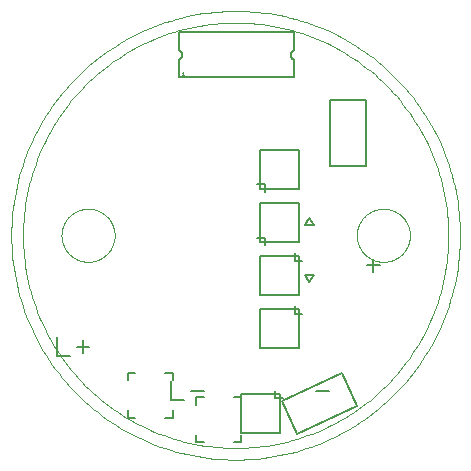
<source format=gto>
G75*
%MOIN*%
%OFA0B0*%
%FSLAX25Y25*%
%IPPOS*%
%LPD*%
%AMOC8*
5,1,8,0,0,1.08239X$1,22.5*
%
%ADD10C,0.00004*%
%ADD11C,0.00600*%
%ADD12C,0.00000*%
%ADD13C,0.00039*%
%ADD14C,0.00500*%
%ADD15C,0.00800*%
%ADD16C,0.00100*%
D10*
X0018372Y0092072D02*
X0018393Y0093811D01*
X0018457Y0095549D01*
X0018564Y0097285D01*
X0018713Y0099018D01*
X0018905Y0100747D01*
X0019139Y0102470D01*
X0019415Y0104187D01*
X0019734Y0105897D01*
X0020094Y0107599D01*
X0020496Y0109291D01*
X0020939Y0110973D01*
X0021423Y0112643D01*
X0021949Y0114301D01*
X0022515Y0115946D01*
X0023121Y0117576D01*
X0023766Y0119191D01*
X0024452Y0120790D01*
X0025176Y0122371D01*
X0025939Y0123934D01*
X0026740Y0125478D01*
X0027578Y0127002D01*
X0028454Y0128504D01*
X0029367Y0129985D01*
X0030315Y0131443D01*
X0031299Y0132877D01*
X0032318Y0134287D01*
X0033371Y0135671D01*
X0034458Y0137029D01*
X0035578Y0138360D01*
X0036730Y0139663D01*
X0037914Y0140937D01*
X0039128Y0142182D01*
X0040373Y0143396D01*
X0041647Y0144580D01*
X0042950Y0145732D01*
X0044281Y0146852D01*
X0045639Y0147939D01*
X0047023Y0148992D01*
X0048433Y0150011D01*
X0049867Y0150995D01*
X0051325Y0151943D01*
X0052806Y0152856D01*
X0054308Y0153732D01*
X0055832Y0154570D01*
X0057376Y0155371D01*
X0058939Y0156134D01*
X0060520Y0156858D01*
X0062119Y0157544D01*
X0063734Y0158189D01*
X0065364Y0158795D01*
X0067009Y0159361D01*
X0068667Y0159887D01*
X0070337Y0160371D01*
X0072019Y0160814D01*
X0073711Y0161216D01*
X0075413Y0161576D01*
X0077123Y0161895D01*
X0078840Y0162171D01*
X0080563Y0162405D01*
X0082292Y0162597D01*
X0084025Y0162746D01*
X0085761Y0162853D01*
X0087499Y0162917D01*
X0089238Y0162938D01*
X0090977Y0162917D01*
X0092715Y0162853D01*
X0094451Y0162746D01*
X0096184Y0162597D01*
X0097913Y0162405D01*
X0099636Y0162171D01*
X0101353Y0161895D01*
X0103063Y0161576D01*
X0104765Y0161216D01*
X0106457Y0160814D01*
X0108139Y0160371D01*
X0109809Y0159887D01*
X0111467Y0159361D01*
X0113112Y0158795D01*
X0114742Y0158189D01*
X0116357Y0157544D01*
X0117956Y0156858D01*
X0119537Y0156134D01*
X0121100Y0155371D01*
X0122644Y0154570D01*
X0124168Y0153732D01*
X0125670Y0152856D01*
X0127151Y0151943D01*
X0128609Y0150995D01*
X0130043Y0150011D01*
X0131453Y0148992D01*
X0132837Y0147939D01*
X0134195Y0146852D01*
X0135526Y0145732D01*
X0136829Y0144580D01*
X0138103Y0143396D01*
X0139348Y0142182D01*
X0140562Y0140937D01*
X0141746Y0139663D01*
X0142898Y0138360D01*
X0144018Y0137029D01*
X0145105Y0135671D01*
X0146158Y0134287D01*
X0147177Y0132877D01*
X0148161Y0131443D01*
X0149109Y0129985D01*
X0150022Y0128504D01*
X0150898Y0127002D01*
X0151736Y0125478D01*
X0152537Y0123934D01*
X0153300Y0122371D01*
X0154024Y0120790D01*
X0154710Y0119191D01*
X0155355Y0117576D01*
X0155961Y0115946D01*
X0156527Y0114301D01*
X0157053Y0112643D01*
X0157537Y0110973D01*
X0157980Y0109291D01*
X0158382Y0107599D01*
X0158742Y0105897D01*
X0159061Y0104187D01*
X0159337Y0102470D01*
X0159571Y0100747D01*
X0159763Y0099018D01*
X0159912Y0097285D01*
X0160019Y0095549D01*
X0160083Y0093811D01*
X0160104Y0092072D01*
X0160083Y0090333D01*
X0160019Y0088595D01*
X0159912Y0086859D01*
X0159763Y0085126D01*
X0159571Y0083397D01*
X0159337Y0081674D01*
X0159061Y0079957D01*
X0158742Y0078247D01*
X0158382Y0076545D01*
X0157980Y0074853D01*
X0157537Y0073171D01*
X0157053Y0071501D01*
X0156527Y0069843D01*
X0155961Y0068198D01*
X0155355Y0066568D01*
X0154710Y0064953D01*
X0154024Y0063354D01*
X0153300Y0061773D01*
X0152537Y0060210D01*
X0151736Y0058666D01*
X0150898Y0057142D01*
X0150022Y0055640D01*
X0149109Y0054159D01*
X0148161Y0052701D01*
X0147177Y0051267D01*
X0146158Y0049857D01*
X0145105Y0048473D01*
X0144018Y0047115D01*
X0142898Y0045784D01*
X0141746Y0044481D01*
X0140562Y0043207D01*
X0139348Y0041962D01*
X0138103Y0040748D01*
X0136829Y0039564D01*
X0135526Y0038412D01*
X0134195Y0037292D01*
X0132837Y0036205D01*
X0131453Y0035152D01*
X0130043Y0034133D01*
X0128609Y0033149D01*
X0127151Y0032201D01*
X0125670Y0031288D01*
X0124168Y0030412D01*
X0122644Y0029574D01*
X0121100Y0028773D01*
X0119537Y0028010D01*
X0117956Y0027286D01*
X0116357Y0026600D01*
X0114742Y0025955D01*
X0113112Y0025349D01*
X0111467Y0024783D01*
X0109809Y0024257D01*
X0108139Y0023773D01*
X0106457Y0023330D01*
X0104765Y0022928D01*
X0103063Y0022568D01*
X0101353Y0022249D01*
X0099636Y0021973D01*
X0097913Y0021739D01*
X0096184Y0021547D01*
X0094451Y0021398D01*
X0092715Y0021291D01*
X0090977Y0021227D01*
X0089238Y0021206D01*
X0087499Y0021227D01*
X0085761Y0021291D01*
X0084025Y0021398D01*
X0082292Y0021547D01*
X0080563Y0021739D01*
X0078840Y0021973D01*
X0077123Y0022249D01*
X0075413Y0022568D01*
X0073711Y0022928D01*
X0072019Y0023330D01*
X0070337Y0023773D01*
X0068667Y0024257D01*
X0067009Y0024783D01*
X0065364Y0025349D01*
X0063734Y0025955D01*
X0062119Y0026600D01*
X0060520Y0027286D01*
X0058939Y0028010D01*
X0057376Y0028773D01*
X0055832Y0029574D01*
X0054308Y0030412D01*
X0052806Y0031288D01*
X0051325Y0032201D01*
X0049867Y0033149D01*
X0048433Y0034133D01*
X0047023Y0035152D01*
X0045639Y0036205D01*
X0044281Y0037292D01*
X0042950Y0038412D01*
X0041647Y0039564D01*
X0040373Y0040748D01*
X0039128Y0041962D01*
X0037914Y0043207D01*
X0036730Y0044481D01*
X0035578Y0045784D01*
X0034458Y0047115D01*
X0033371Y0048473D01*
X0032318Y0049857D01*
X0031299Y0051267D01*
X0030315Y0052701D01*
X0029367Y0054159D01*
X0028454Y0055640D01*
X0027578Y0057142D01*
X0026740Y0058666D01*
X0025939Y0060210D01*
X0025176Y0061773D01*
X0024452Y0063354D01*
X0023766Y0064953D01*
X0023121Y0066568D01*
X0022515Y0068198D01*
X0021949Y0069843D01*
X0021423Y0071501D01*
X0020939Y0073171D01*
X0020496Y0074853D01*
X0020094Y0076545D01*
X0019734Y0078247D01*
X0019415Y0079957D01*
X0019139Y0081674D01*
X0018905Y0083397D01*
X0018713Y0085126D01*
X0018564Y0086859D01*
X0018457Y0088595D01*
X0018393Y0090333D01*
X0018372Y0092072D01*
D11*
X0053228Y0033675D02*
X0053228Y0031175D01*
X0055728Y0031175D01*
X0065728Y0031175D02*
X0068228Y0031175D01*
X0068228Y0033675D01*
X0067806Y0037097D02*
X0072076Y0037097D01*
X0074251Y0040300D02*
X0078521Y0040300D01*
X0078548Y0038069D02*
X0076048Y0038069D01*
X0076048Y0035569D01*
X0067806Y0037097D02*
X0067806Y0043502D01*
X0068228Y0043675D02*
X0068228Y0046175D01*
X0065728Y0046175D01*
X0055728Y0046175D02*
X0053228Y0046175D01*
X0053228Y0043675D01*
X0040490Y0054945D02*
X0036220Y0054945D01*
X0038355Y0057080D02*
X0038355Y0052810D01*
X0034044Y0051743D02*
X0029774Y0051743D01*
X0029774Y0058148D01*
X0076048Y0025569D02*
X0076048Y0023069D01*
X0078548Y0023069D01*
X0088548Y0023069D02*
X0091048Y0023069D01*
X0091048Y0025569D01*
X0091048Y0035569D02*
X0091048Y0038069D01*
X0088548Y0038069D01*
X0104607Y0036877D02*
X0124545Y0046175D01*
X0129617Y0035299D01*
X0109678Y0026002D01*
X0104607Y0036877D01*
X0115994Y0040300D02*
X0120265Y0040300D01*
X0113805Y0076639D02*
X0115380Y0079002D01*
X0112230Y0079002D01*
X0113805Y0076639D01*
X0133002Y0082111D02*
X0137273Y0082111D01*
X0135138Y0084246D02*
X0135138Y0079975D01*
X0115380Y0095458D02*
X0112230Y0095458D01*
X0113805Y0097820D01*
X0115380Y0095458D01*
X0120561Y0115088D02*
X0132561Y0115088D01*
X0132561Y0137088D01*
X0120561Y0137088D01*
X0120561Y0115088D01*
D12*
X0129592Y0092072D02*
X0129595Y0092289D01*
X0129603Y0092507D01*
X0129616Y0092724D01*
X0129635Y0092940D01*
X0129659Y0093156D01*
X0129688Y0093372D01*
X0129722Y0093586D01*
X0129762Y0093800D01*
X0129807Y0094013D01*
X0129857Y0094224D01*
X0129913Y0094435D01*
X0129973Y0094643D01*
X0130039Y0094851D01*
X0130110Y0095056D01*
X0130186Y0095260D01*
X0130266Y0095462D01*
X0130352Y0095662D01*
X0130442Y0095859D01*
X0130538Y0096055D01*
X0130638Y0096248D01*
X0130743Y0096438D01*
X0130852Y0096626D01*
X0130966Y0096811D01*
X0131085Y0096993D01*
X0131208Y0097173D01*
X0131335Y0097349D01*
X0131467Y0097522D01*
X0131603Y0097691D01*
X0131743Y0097858D01*
X0131887Y0098021D01*
X0132035Y0098180D01*
X0132186Y0098336D01*
X0132342Y0098487D01*
X0132501Y0098635D01*
X0132664Y0098779D01*
X0132831Y0098919D01*
X0133000Y0099055D01*
X0133173Y0099187D01*
X0133349Y0099314D01*
X0133529Y0099437D01*
X0133711Y0099556D01*
X0133896Y0099670D01*
X0134084Y0099779D01*
X0134274Y0099884D01*
X0134467Y0099984D01*
X0134663Y0100080D01*
X0134860Y0100170D01*
X0135060Y0100256D01*
X0135262Y0100336D01*
X0135466Y0100412D01*
X0135671Y0100483D01*
X0135879Y0100549D01*
X0136087Y0100609D01*
X0136298Y0100665D01*
X0136509Y0100715D01*
X0136722Y0100760D01*
X0136936Y0100800D01*
X0137150Y0100834D01*
X0137366Y0100863D01*
X0137582Y0100887D01*
X0137798Y0100906D01*
X0138015Y0100919D01*
X0138233Y0100927D01*
X0138450Y0100930D01*
X0138667Y0100927D01*
X0138885Y0100919D01*
X0139102Y0100906D01*
X0139318Y0100887D01*
X0139534Y0100863D01*
X0139750Y0100834D01*
X0139964Y0100800D01*
X0140178Y0100760D01*
X0140391Y0100715D01*
X0140602Y0100665D01*
X0140813Y0100609D01*
X0141021Y0100549D01*
X0141229Y0100483D01*
X0141434Y0100412D01*
X0141638Y0100336D01*
X0141840Y0100256D01*
X0142040Y0100170D01*
X0142237Y0100080D01*
X0142433Y0099984D01*
X0142626Y0099884D01*
X0142816Y0099779D01*
X0143004Y0099670D01*
X0143189Y0099556D01*
X0143371Y0099437D01*
X0143551Y0099314D01*
X0143727Y0099187D01*
X0143900Y0099055D01*
X0144069Y0098919D01*
X0144236Y0098779D01*
X0144399Y0098635D01*
X0144558Y0098487D01*
X0144714Y0098336D01*
X0144865Y0098180D01*
X0145013Y0098021D01*
X0145157Y0097858D01*
X0145297Y0097691D01*
X0145433Y0097522D01*
X0145565Y0097349D01*
X0145692Y0097173D01*
X0145815Y0096993D01*
X0145934Y0096811D01*
X0146048Y0096626D01*
X0146157Y0096438D01*
X0146262Y0096248D01*
X0146362Y0096055D01*
X0146458Y0095859D01*
X0146548Y0095662D01*
X0146634Y0095462D01*
X0146714Y0095260D01*
X0146790Y0095056D01*
X0146861Y0094851D01*
X0146927Y0094643D01*
X0146987Y0094435D01*
X0147043Y0094224D01*
X0147093Y0094013D01*
X0147138Y0093800D01*
X0147178Y0093586D01*
X0147212Y0093372D01*
X0147241Y0093156D01*
X0147265Y0092940D01*
X0147284Y0092724D01*
X0147297Y0092507D01*
X0147305Y0092289D01*
X0147308Y0092072D01*
X0147305Y0091855D01*
X0147297Y0091637D01*
X0147284Y0091420D01*
X0147265Y0091204D01*
X0147241Y0090988D01*
X0147212Y0090772D01*
X0147178Y0090558D01*
X0147138Y0090344D01*
X0147093Y0090131D01*
X0147043Y0089920D01*
X0146987Y0089709D01*
X0146927Y0089501D01*
X0146861Y0089293D01*
X0146790Y0089088D01*
X0146714Y0088884D01*
X0146634Y0088682D01*
X0146548Y0088482D01*
X0146458Y0088285D01*
X0146362Y0088089D01*
X0146262Y0087896D01*
X0146157Y0087706D01*
X0146048Y0087518D01*
X0145934Y0087333D01*
X0145815Y0087151D01*
X0145692Y0086971D01*
X0145565Y0086795D01*
X0145433Y0086622D01*
X0145297Y0086453D01*
X0145157Y0086286D01*
X0145013Y0086123D01*
X0144865Y0085964D01*
X0144714Y0085808D01*
X0144558Y0085657D01*
X0144399Y0085509D01*
X0144236Y0085365D01*
X0144069Y0085225D01*
X0143900Y0085089D01*
X0143727Y0084957D01*
X0143551Y0084830D01*
X0143371Y0084707D01*
X0143189Y0084588D01*
X0143004Y0084474D01*
X0142816Y0084365D01*
X0142626Y0084260D01*
X0142433Y0084160D01*
X0142237Y0084064D01*
X0142040Y0083974D01*
X0141840Y0083888D01*
X0141638Y0083808D01*
X0141434Y0083732D01*
X0141229Y0083661D01*
X0141021Y0083595D01*
X0140813Y0083535D01*
X0140602Y0083479D01*
X0140391Y0083429D01*
X0140178Y0083384D01*
X0139964Y0083344D01*
X0139750Y0083310D01*
X0139534Y0083281D01*
X0139318Y0083257D01*
X0139102Y0083238D01*
X0138885Y0083225D01*
X0138667Y0083217D01*
X0138450Y0083214D01*
X0138233Y0083217D01*
X0138015Y0083225D01*
X0137798Y0083238D01*
X0137582Y0083257D01*
X0137366Y0083281D01*
X0137150Y0083310D01*
X0136936Y0083344D01*
X0136722Y0083384D01*
X0136509Y0083429D01*
X0136298Y0083479D01*
X0136087Y0083535D01*
X0135879Y0083595D01*
X0135671Y0083661D01*
X0135466Y0083732D01*
X0135262Y0083808D01*
X0135060Y0083888D01*
X0134860Y0083974D01*
X0134663Y0084064D01*
X0134467Y0084160D01*
X0134274Y0084260D01*
X0134084Y0084365D01*
X0133896Y0084474D01*
X0133711Y0084588D01*
X0133529Y0084707D01*
X0133349Y0084830D01*
X0133173Y0084957D01*
X0133000Y0085089D01*
X0132831Y0085225D01*
X0132664Y0085365D01*
X0132501Y0085509D01*
X0132342Y0085657D01*
X0132186Y0085808D01*
X0132035Y0085964D01*
X0131887Y0086123D01*
X0131743Y0086286D01*
X0131603Y0086453D01*
X0131467Y0086622D01*
X0131335Y0086795D01*
X0131208Y0086971D01*
X0131085Y0087151D01*
X0130966Y0087333D01*
X0130852Y0087518D01*
X0130743Y0087706D01*
X0130638Y0087896D01*
X0130538Y0088089D01*
X0130442Y0088285D01*
X0130352Y0088482D01*
X0130266Y0088682D01*
X0130186Y0088884D01*
X0130110Y0089088D01*
X0130039Y0089293D01*
X0129973Y0089501D01*
X0129913Y0089709D01*
X0129857Y0089920D01*
X0129807Y0090131D01*
X0129762Y0090344D01*
X0129722Y0090558D01*
X0129688Y0090772D01*
X0129659Y0090988D01*
X0129635Y0091204D01*
X0129616Y0091420D01*
X0129603Y0091637D01*
X0129595Y0091855D01*
X0129592Y0092072D01*
X0031167Y0092072D02*
X0031170Y0092289D01*
X0031178Y0092507D01*
X0031191Y0092724D01*
X0031210Y0092940D01*
X0031234Y0093156D01*
X0031263Y0093372D01*
X0031297Y0093586D01*
X0031337Y0093800D01*
X0031382Y0094013D01*
X0031432Y0094224D01*
X0031488Y0094435D01*
X0031548Y0094643D01*
X0031614Y0094851D01*
X0031685Y0095056D01*
X0031761Y0095260D01*
X0031841Y0095462D01*
X0031927Y0095662D01*
X0032017Y0095859D01*
X0032113Y0096055D01*
X0032213Y0096248D01*
X0032318Y0096438D01*
X0032427Y0096626D01*
X0032541Y0096811D01*
X0032660Y0096993D01*
X0032783Y0097173D01*
X0032910Y0097349D01*
X0033042Y0097522D01*
X0033178Y0097691D01*
X0033318Y0097858D01*
X0033462Y0098021D01*
X0033610Y0098180D01*
X0033761Y0098336D01*
X0033917Y0098487D01*
X0034076Y0098635D01*
X0034239Y0098779D01*
X0034406Y0098919D01*
X0034575Y0099055D01*
X0034748Y0099187D01*
X0034924Y0099314D01*
X0035104Y0099437D01*
X0035286Y0099556D01*
X0035471Y0099670D01*
X0035659Y0099779D01*
X0035849Y0099884D01*
X0036042Y0099984D01*
X0036238Y0100080D01*
X0036435Y0100170D01*
X0036635Y0100256D01*
X0036837Y0100336D01*
X0037041Y0100412D01*
X0037246Y0100483D01*
X0037454Y0100549D01*
X0037662Y0100609D01*
X0037873Y0100665D01*
X0038084Y0100715D01*
X0038297Y0100760D01*
X0038511Y0100800D01*
X0038725Y0100834D01*
X0038941Y0100863D01*
X0039157Y0100887D01*
X0039373Y0100906D01*
X0039590Y0100919D01*
X0039808Y0100927D01*
X0040025Y0100930D01*
X0040242Y0100927D01*
X0040460Y0100919D01*
X0040677Y0100906D01*
X0040893Y0100887D01*
X0041109Y0100863D01*
X0041325Y0100834D01*
X0041539Y0100800D01*
X0041753Y0100760D01*
X0041966Y0100715D01*
X0042177Y0100665D01*
X0042388Y0100609D01*
X0042596Y0100549D01*
X0042804Y0100483D01*
X0043009Y0100412D01*
X0043213Y0100336D01*
X0043415Y0100256D01*
X0043615Y0100170D01*
X0043812Y0100080D01*
X0044008Y0099984D01*
X0044201Y0099884D01*
X0044391Y0099779D01*
X0044579Y0099670D01*
X0044764Y0099556D01*
X0044946Y0099437D01*
X0045126Y0099314D01*
X0045302Y0099187D01*
X0045475Y0099055D01*
X0045644Y0098919D01*
X0045811Y0098779D01*
X0045974Y0098635D01*
X0046133Y0098487D01*
X0046289Y0098336D01*
X0046440Y0098180D01*
X0046588Y0098021D01*
X0046732Y0097858D01*
X0046872Y0097691D01*
X0047008Y0097522D01*
X0047140Y0097349D01*
X0047267Y0097173D01*
X0047390Y0096993D01*
X0047509Y0096811D01*
X0047623Y0096626D01*
X0047732Y0096438D01*
X0047837Y0096248D01*
X0047937Y0096055D01*
X0048033Y0095859D01*
X0048123Y0095662D01*
X0048209Y0095462D01*
X0048289Y0095260D01*
X0048365Y0095056D01*
X0048436Y0094851D01*
X0048502Y0094643D01*
X0048562Y0094435D01*
X0048618Y0094224D01*
X0048668Y0094013D01*
X0048713Y0093800D01*
X0048753Y0093586D01*
X0048787Y0093372D01*
X0048816Y0093156D01*
X0048840Y0092940D01*
X0048859Y0092724D01*
X0048872Y0092507D01*
X0048880Y0092289D01*
X0048883Y0092072D01*
X0048880Y0091855D01*
X0048872Y0091637D01*
X0048859Y0091420D01*
X0048840Y0091204D01*
X0048816Y0090988D01*
X0048787Y0090772D01*
X0048753Y0090558D01*
X0048713Y0090344D01*
X0048668Y0090131D01*
X0048618Y0089920D01*
X0048562Y0089709D01*
X0048502Y0089501D01*
X0048436Y0089293D01*
X0048365Y0089088D01*
X0048289Y0088884D01*
X0048209Y0088682D01*
X0048123Y0088482D01*
X0048033Y0088285D01*
X0047937Y0088089D01*
X0047837Y0087896D01*
X0047732Y0087706D01*
X0047623Y0087518D01*
X0047509Y0087333D01*
X0047390Y0087151D01*
X0047267Y0086971D01*
X0047140Y0086795D01*
X0047008Y0086622D01*
X0046872Y0086453D01*
X0046732Y0086286D01*
X0046588Y0086123D01*
X0046440Y0085964D01*
X0046289Y0085808D01*
X0046133Y0085657D01*
X0045974Y0085509D01*
X0045811Y0085365D01*
X0045644Y0085225D01*
X0045475Y0085089D01*
X0045302Y0084957D01*
X0045126Y0084830D01*
X0044946Y0084707D01*
X0044764Y0084588D01*
X0044579Y0084474D01*
X0044391Y0084365D01*
X0044201Y0084260D01*
X0044008Y0084160D01*
X0043812Y0084064D01*
X0043615Y0083974D01*
X0043415Y0083888D01*
X0043213Y0083808D01*
X0043009Y0083732D01*
X0042804Y0083661D01*
X0042596Y0083595D01*
X0042388Y0083535D01*
X0042177Y0083479D01*
X0041966Y0083429D01*
X0041753Y0083384D01*
X0041539Y0083344D01*
X0041325Y0083310D01*
X0041109Y0083281D01*
X0040893Y0083257D01*
X0040677Y0083238D01*
X0040460Y0083225D01*
X0040242Y0083217D01*
X0040025Y0083214D01*
X0039808Y0083217D01*
X0039590Y0083225D01*
X0039373Y0083238D01*
X0039157Y0083257D01*
X0038941Y0083281D01*
X0038725Y0083310D01*
X0038511Y0083344D01*
X0038297Y0083384D01*
X0038084Y0083429D01*
X0037873Y0083479D01*
X0037662Y0083535D01*
X0037454Y0083595D01*
X0037246Y0083661D01*
X0037041Y0083732D01*
X0036837Y0083808D01*
X0036635Y0083888D01*
X0036435Y0083974D01*
X0036238Y0084064D01*
X0036042Y0084160D01*
X0035849Y0084260D01*
X0035659Y0084365D01*
X0035471Y0084474D01*
X0035286Y0084588D01*
X0035104Y0084707D01*
X0034924Y0084830D01*
X0034748Y0084957D01*
X0034575Y0085089D01*
X0034406Y0085225D01*
X0034239Y0085365D01*
X0034076Y0085509D01*
X0033917Y0085657D01*
X0033761Y0085808D01*
X0033610Y0085964D01*
X0033462Y0086123D01*
X0033318Y0086286D01*
X0033178Y0086453D01*
X0033042Y0086622D01*
X0032910Y0086795D01*
X0032783Y0086971D01*
X0032660Y0087151D01*
X0032541Y0087333D01*
X0032427Y0087518D01*
X0032318Y0087706D01*
X0032213Y0087896D01*
X0032113Y0088089D01*
X0032017Y0088285D01*
X0031927Y0088482D01*
X0031841Y0088682D01*
X0031761Y0088884D01*
X0031685Y0089088D01*
X0031614Y0089293D01*
X0031548Y0089501D01*
X0031488Y0089709D01*
X0031432Y0089920D01*
X0031382Y0090131D01*
X0031337Y0090344D01*
X0031297Y0090558D01*
X0031263Y0090772D01*
X0031234Y0090988D01*
X0031210Y0091204D01*
X0031191Y0091420D01*
X0031178Y0091637D01*
X0031170Y0091855D01*
X0031167Y0092072D01*
D13*
X0014435Y0092072D02*
X0014458Y0093908D01*
X0014525Y0095742D01*
X0014638Y0097575D01*
X0014795Y0099404D01*
X0014998Y0101229D01*
X0015245Y0103048D01*
X0015536Y0104860D01*
X0015872Y0106665D01*
X0016253Y0108461D01*
X0016677Y0110248D01*
X0017145Y0112023D01*
X0017656Y0113786D01*
X0018210Y0115536D01*
X0018808Y0117272D01*
X0019447Y0118993D01*
X0020129Y0120698D01*
X0020852Y0122385D01*
X0021617Y0124054D01*
X0022422Y0125704D01*
X0023268Y0127334D01*
X0024153Y0128942D01*
X0025077Y0130528D01*
X0026040Y0132091D01*
X0027042Y0133630D01*
X0028080Y0135144D01*
X0029156Y0136632D01*
X0030267Y0138093D01*
X0031414Y0139527D01*
X0032597Y0140931D01*
X0033813Y0142307D01*
X0035062Y0143652D01*
X0036344Y0144966D01*
X0037658Y0146248D01*
X0039003Y0147497D01*
X0040379Y0148713D01*
X0041783Y0149896D01*
X0043217Y0151043D01*
X0044678Y0152154D01*
X0046166Y0153230D01*
X0047680Y0154268D01*
X0049219Y0155270D01*
X0050782Y0156233D01*
X0052368Y0157157D01*
X0053976Y0158042D01*
X0055606Y0158888D01*
X0057256Y0159693D01*
X0058925Y0160458D01*
X0060612Y0161181D01*
X0062317Y0161863D01*
X0064038Y0162502D01*
X0065774Y0163100D01*
X0067524Y0163654D01*
X0069287Y0164165D01*
X0071062Y0164633D01*
X0072849Y0165057D01*
X0074645Y0165438D01*
X0076450Y0165774D01*
X0078262Y0166065D01*
X0080081Y0166312D01*
X0081906Y0166515D01*
X0083735Y0166672D01*
X0085568Y0166785D01*
X0087402Y0166852D01*
X0089238Y0166875D01*
X0091074Y0166852D01*
X0092908Y0166785D01*
X0094741Y0166672D01*
X0096570Y0166515D01*
X0098395Y0166312D01*
X0100214Y0166065D01*
X0102026Y0165774D01*
X0103831Y0165438D01*
X0105627Y0165057D01*
X0107414Y0164633D01*
X0109189Y0164165D01*
X0110952Y0163654D01*
X0112702Y0163100D01*
X0114438Y0162502D01*
X0116159Y0161863D01*
X0117864Y0161181D01*
X0119551Y0160458D01*
X0121220Y0159693D01*
X0122870Y0158888D01*
X0124500Y0158042D01*
X0126108Y0157157D01*
X0127694Y0156233D01*
X0129257Y0155270D01*
X0130796Y0154268D01*
X0132310Y0153230D01*
X0133798Y0152154D01*
X0135259Y0151043D01*
X0136693Y0149896D01*
X0138097Y0148713D01*
X0139473Y0147497D01*
X0140818Y0146248D01*
X0142132Y0144966D01*
X0143414Y0143652D01*
X0144663Y0142307D01*
X0145879Y0140931D01*
X0147062Y0139527D01*
X0148209Y0138093D01*
X0149320Y0136632D01*
X0150396Y0135144D01*
X0151434Y0133630D01*
X0152436Y0132091D01*
X0153399Y0130528D01*
X0154323Y0128942D01*
X0155208Y0127334D01*
X0156054Y0125704D01*
X0156859Y0124054D01*
X0157624Y0122385D01*
X0158347Y0120698D01*
X0159029Y0118993D01*
X0159668Y0117272D01*
X0160266Y0115536D01*
X0160820Y0113786D01*
X0161331Y0112023D01*
X0161799Y0110248D01*
X0162223Y0108461D01*
X0162604Y0106665D01*
X0162940Y0104860D01*
X0163231Y0103048D01*
X0163478Y0101229D01*
X0163681Y0099404D01*
X0163838Y0097575D01*
X0163951Y0095742D01*
X0164018Y0093908D01*
X0164041Y0092072D01*
X0164018Y0090236D01*
X0163951Y0088402D01*
X0163838Y0086569D01*
X0163681Y0084740D01*
X0163478Y0082915D01*
X0163231Y0081096D01*
X0162940Y0079284D01*
X0162604Y0077479D01*
X0162223Y0075683D01*
X0161799Y0073896D01*
X0161331Y0072121D01*
X0160820Y0070358D01*
X0160266Y0068608D01*
X0159668Y0066872D01*
X0159029Y0065151D01*
X0158347Y0063446D01*
X0157624Y0061759D01*
X0156859Y0060090D01*
X0156054Y0058440D01*
X0155208Y0056810D01*
X0154323Y0055202D01*
X0153399Y0053616D01*
X0152436Y0052053D01*
X0151434Y0050514D01*
X0150396Y0049000D01*
X0149320Y0047512D01*
X0148209Y0046051D01*
X0147062Y0044617D01*
X0145879Y0043213D01*
X0144663Y0041837D01*
X0143414Y0040492D01*
X0142132Y0039178D01*
X0140818Y0037896D01*
X0139473Y0036647D01*
X0138097Y0035431D01*
X0136693Y0034248D01*
X0135259Y0033101D01*
X0133798Y0031990D01*
X0132310Y0030914D01*
X0130796Y0029876D01*
X0129257Y0028874D01*
X0127694Y0027911D01*
X0126108Y0026987D01*
X0124500Y0026102D01*
X0122870Y0025256D01*
X0121220Y0024451D01*
X0119551Y0023686D01*
X0117864Y0022963D01*
X0116159Y0022281D01*
X0114438Y0021642D01*
X0112702Y0021044D01*
X0110952Y0020490D01*
X0109189Y0019979D01*
X0107414Y0019511D01*
X0105627Y0019087D01*
X0103831Y0018706D01*
X0102026Y0018370D01*
X0100214Y0018079D01*
X0098395Y0017832D01*
X0096570Y0017629D01*
X0094741Y0017472D01*
X0092908Y0017359D01*
X0091074Y0017292D01*
X0089238Y0017269D01*
X0087402Y0017292D01*
X0085568Y0017359D01*
X0083735Y0017472D01*
X0081906Y0017629D01*
X0080081Y0017832D01*
X0078262Y0018079D01*
X0076450Y0018370D01*
X0074645Y0018706D01*
X0072849Y0019087D01*
X0071062Y0019511D01*
X0069287Y0019979D01*
X0067524Y0020490D01*
X0065774Y0021044D01*
X0064038Y0021642D01*
X0062317Y0022281D01*
X0060612Y0022963D01*
X0058925Y0023686D01*
X0057256Y0024451D01*
X0055606Y0025256D01*
X0053976Y0026102D01*
X0052368Y0026987D01*
X0050782Y0027911D01*
X0049219Y0028874D01*
X0047680Y0029876D01*
X0046166Y0030914D01*
X0044678Y0031990D01*
X0043217Y0033101D01*
X0041783Y0034248D01*
X0040379Y0035431D01*
X0039003Y0036647D01*
X0037658Y0037896D01*
X0036344Y0039178D01*
X0035062Y0040492D01*
X0033813Y0041837D01*
X0032597Y0043213D01*
X0031414Y0044617D01*
X0030267Y0046051D01*
X0029156Y0047512D01*
X0028080Y0049000D01*
X0027042Y0050514D01*
X0026040Y0052053D01*
X0025077Y0053616D01*
X0024153Y0055202D01*
X0023268Y0056810D01*
X0022422Y0058440D01*
X0021617Y0060090D01*
X0020852Y0061759D01*
X0020129Y0063446D01*
X0019447Y0065151D01*
X0018808Y0066872D01*
X0018210Y0068608D01*
X0017656Y0070358D01*
X0017145Y0072121D01*
X0016677Y0073896D01*
X0016253Y0075683D01*
X0015872Y0077479D01*
X0015536Y0079284D01*
X0015245Y0081096D01*
X0014998Y0082915D01*
X0014795Y0084740D01*
X0014638Y0086569D01*
X0014525Y0088402D01*
X0014458Y0090236D01*
X0014435Y0092072D01*
D14*
X0090931Y0039218D02*
X0090931Y0026226D01*
X0103923Y0026226D01*
X0103923Y0039218D01*
X0090931Y0039218D01*
X0102427Y0040222D02*
X0102427Y0037722D01*
X0104927Y0037722D01*
X0102427Y0037722D02*
X0102427Y0040222D01*
X0097387Y0054395D02*
X0110380Y0054395D01*
X0110380Y0067387D01*
X0097387Y0067387D01*
X0097387Y0054395D01*
X0108883Y0065891D02*
X0111383Y0065891D01*
X0108883Y0065891D02*
X0108883Y0068391D01*
X0108883Y0065891D01*
X0110380Y0072112D02*
X0110380Y0085104D01*
X0097387Y0085104D01*
X0097387Y0072112D01*
X0110380Y0072112D01*
X0111383Y0083608D02*
X0108883Y0083608D01*
X0108883Y0086108D01*
X0108883Y0083608D01*
X0110380Y0089828D02*
X0097387Y0089828D01*
X0097387Y0102820D01*
X0110380Y0102820D01*
X0110380Y0089828D01*
X0098883Y0088824D02*
X0098883Y0091324D01*
X0096383Y0091324D01*
X0098883Y0091324D02*
X0098883Y0088824D01*
X0098883Y0106541D02*
X0098883Y0109041D01*
X0096383Y0109041D01*
X0097387Y0107545D02*
X0110380Y0107545D01*
X0110380Y0120537D01*
X0097387Y0120537D01*
X0097387Y0107545D01*
X0098883Y0106541D02*
X0098883Y0109041D01*
D15*
X0108569Y0144828D02*
X0070380Y0144828D01*
X0070380Y0150734D01*
X0070379Y0150735D02*
X0070452Y0150771D01*
X0070523Y0150812D01*
X0070593Y0150855D01*
X0070660Y0150902D01*
X0070725Y0150952D01*
X0070787Y0151005D01*
X0070847Y0151060D01*
X0070904Y0151119D01*
X0070959Y0151180D01*
X0071010Y0151244D01*
X0071059Y0151310D01*
X0071104Y0151378D01*
X0071146Y0151448D01*
X0071185Y0151520D01*
X0071221Y0151594D01*
X0071252Y0151669D01*
X0071281Y0151746D01*
X0071305Y0151824D01*
X0071326Y0151903D01*
X0071343Y0151983D01*
X0071357Y0152064D01*
X0071366Y0152145D01*
X0071372Y0152227D01*
X0071374Y0152309D01*
X0071372Y0152391D01*
X0071366Y0152473D01*
X0071357Y0152554D01*
X0071343Y0152635D01*
X0071326Y0152715D01*
X0071305Y0152794D01*
X0071281Y0152872D01*
X0071252Y0152949D01*
X0071221Y0153024D01*
X0071185Y0153098D01*
X0071146Y0153170D01*
X0071104Y0153240D01*
X0071059Y0153308D01*
X0071010Y0153374D01*
X0070959Y0153438D01*
X0070904Y0153499D01*
X0070847Y0153558D01*
X0070787Y0153613D01*
X0070725Y0153666D01*
X0070660Y0153716D01*
X0070593Y0153763D01*
X0070523Y0153806D01*
X0070452Y0153847D01*
X0070379Y0153883D01*
X0070380Y0153883D02*
X0070380Y0159789D01*
X0108569Y0159789D01*
X0108569Y0153883D01*
X0108496Y0153847D01*
X0108425Y0153806D01*
X0108355Y0153763D01*
X0108288Y0153716D01*
X0108223Y0153666D01*
X0108161Y0153613D01*
X0108101Y0153558D01*
X0108044Y0153499D01*
X0107989Y0153438D01*
X0107938Y0153374D01*
X0107889Y0153308D01*
X0107844Y0153240D01*
X0107802Y0153170D01*
X0107763Y0153098D01*
X0107727Y0153024D01*
X0107696Y0152949D01*
X0107667Y0152872D01*
X0107643Y0152794D01*
X0107622Y0152715D01*
X0107605Y0152635D01*
X0107591Y0152554D01*
X0107582Y0152473D01*
X0107576Y0152391D01*
X0107574Y0152309D01*
X0107576Y0152227D01*
X0107582Y0152145D01*
X0107591Y0152064D01*
X0107605Y0151983D01*
X0107622Y0151903D01*
X0107643Y0151824D01*
X0107667Y0151746D01*
X0107696Y0151669D01*
X0107727Y0151594D01*
X0107763Y0151520D01*
X0107802Y0151448D01*
X0107844Y0151378D01*
X0107889Y0151310D01*
X0107938Y0151244D01*
X0107989Y0151180D01*
X0108044Y0151119D01*
X0108101Y0151060D01*
X0108161Y0151005D01*
X0108223Y0150952D01*
X0108288Y0150902D01*
X0108355Y0150855D01*
X0108425Y0150812D01*
X0108496Y0150771D01*
X0108569Y0150735D01*
X0108569Y0150734D02*
X0108569Y0144828D01*
D16*
X0071951Y0145469D02*
X0071217Y0145469D01*
X0071584Y0145469D02*
X0071584Y0146570D01*
X0071217Y0146203D01*
M02*

</source>
